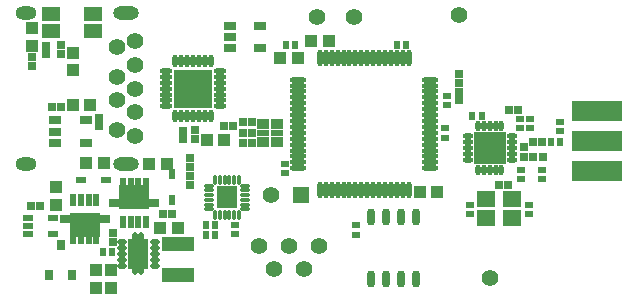
<source format=gts>
G04*
G04 #@! TF.GenerationSoftware,Altium Limited,Altium Designer,20.1.14 (287)*
G04*
G04 Layer_Color=8388736*
%FSLAX25Y25*%
%MOIN*%
G70*
G04*
G04 #@! TF.SameCoordinates,2AB0D3F0-F82E-4911-9630-DE43A68CCE8E*
G04*
G04*
G04 #@! TF.FilePolarity,Negative*
G04*
G01*
G75*
%ADD53R,0.16535X0.03150*%
%ADD54R,0.10236X0.07874*%
%ADD55O,0.04147X0.01784*%
%ADD56O,0.01784X0.04147*%
%ADD57R,0.13123X0.13123*%
%ADD58R,0.02769X0.02572*%
%ADD59R,0.02572X0.02769*%
%ADD60R,0.03950X0.03950*%
%ADD61R,0.03950X0.02965*%
%ADD62R,0.03950X0.03950*%
%ADD63R,0.06312X0.04737*%
%ADD64R,0.04147X0.02965*%
%ADD65R,0.16800X0.06800*%
%ADD66R,0.06312X0.05524*%
%ADD67R,0.11036X0.11036*%
%ADD68O,0.01784X0.03753*%
%ADD69O,0.03753X0.01784*%
%ADD70R,0.02729X0.02847*%
%ADD71R,0.02847X0.02729*%
%ADD72R,0.02769X0.02375*%
%ADD73R,0.02375X0.02769*%
%ADD74R,0.03950X0.03950*%
%ADD75R,0.03950X0.03950*%
%ADD76R,0.02178X0.03753*%
%ADD77R,0.01981X0.04147*%
%ADD78R,0.03753X0.02178*%
G04:AMPARAMS|DCode=79|XSize=17.45mil|YSize=31.62mil|CornerRadius=6.36mil|HoleSize=0mil|Usage=FLASHONLY|Rotation=270.000|XOffset=0mil|YOffset=0mil|HoleType=Round|Shape=RoundedRectangle|*
%AMROUNDEDRECTD79*
21,1,0.01745,0.01890,0,0,270.0*
21,1,0.00472,0.03162,0,0,270.0*
1,1,0.01272,-0.00945,-0.00236*
1,1,0.01272,-0.00945,0.00236*
1,1,0.01272,0.00945,0.00236*
1,1,0.01272,0.00945,-0.00236*
%
%ADD79ROUNDEDRECTD79*%
%ADD80R,0.06666X0.10249*%
G04:AMPARAMS|DCode=81|XSize=17.84mil|YSize=39.5mil|CornerRadius=6.46mil|HoleSize=0mil|Usage=FLASHONLY|Rotation=0.000|XOffset=0mil|YOffset=0mil|HoleType=Round|Shape=RoundedRectangle|*
%AMROUNDEDRECTD81*
21,1,0.01784,0.02657,0,0,0.0*
21,1,0.00492,0.03950,0,0,0.0*
1,1,0.01292,0.00246,-0.01329*
1,1,0.01292,-0.00246,-0.01329*
1,1,0.01292,-0.00246,0.01329*
1,1,0.01292,0.00246,0.01329*
%
%ADD81ROUNDEDRECTD81*%
%ADD82R,0.11115X0.05091*%
%ADD83R,0.02965X0.03753*%
%ADD84R,0.03359X0.02375*%
%ADD85O,0.05524X0.01784*%
%ADD86O,0.01784X0.05524*%
%ADD87R,0.06863X0.07493*%
%ADD88O,0.01587X0.03162*%
%ADD89O,0.03162X0.01587*%
%ADD90R,0.04068X0.02257*%
%ADD91R,0.04068X0.03438*%
%ADD92O,0.02965X0.05721*%
%ADD93O,0.07099X0.04343*%
%ADD94O,0.08674X0.04343*%
%ADD95C,0.05524*%
%ADD96R,0.05524X0.05524*%
G54D53*
X-182882Y-25951D02*
D03*
X-166388Y-20473D02*
D03*
G54D54*
X-182882Y-27919D02*
D03*
X-166388Y-18505D02*
D03*
G54D55*
X-155878Y23486D02*
D03*
Y21518D02*
D03*
Y19549D02*
D03*
Y17581D02*
D03*
Y15612D02*
D03*
Y13644D02*
D03*
Y11675D02*
D03*
X-137768D02*
D03*
Y13644D02*
D03*
Y15612D02*
D03*
Y17581D02*
D03*
Y19549D02*
D03*
Y21518D02*
D03*
Y23486D02*
D03*
G54D56*
X-152728Y8525D02*
D03*
X-150760D02*
D03*
X-148792D02*
D03*
X-146823D02*
D03*
X-144854D02*
D03*
X-142886D02*
D03*
X-140917D02*
D03*
Y26636D02*
D03*
X-142886D02*
D03*
X-144854D02*
D03*
X-146823D02*
D03*
X-148792D02*
D03*
X-150760D02*
D03*
X-152728D02*
D03*
G54D57*
X-146823Y17581D02*
D03*
G54D58*
X-136352Y5290D02*
D03*
X-133399D02*
D03*
X-200820Y-21655D02*
D03*
X-197867D02*
D03*
X-153882Y-24285D02*
D03*
X-156835D02*
D03*
X-41431Y10458D02*
D03*
X-38479D02*
D03*
X-190935Y11357D02*
D03*
X-193888D02*
D03*
X-44783Y-14487D02*
D03*
X-41831D02*
D03*
X-130028Y-628D02*
D03*
X-127075D02*
D03*
X-130028Y2872D02*
D03*
X-127075D02*
D03*
X-130028Y6372D02*
D03*
X-127075D02*
D03*
G54D59*
X-146037Y3787D02*
D03*
Y834D02*
D03*
X-150150Y3628D02*
D03*
Y675D02*
D03*
X-200401Y28112D02*
D03*
Y25159D02*
D03*
X-195975Y31936D02*
D03*
Y28983D02*
D03*
X-190952Y32053D02*
D03*
Y29100D02*
D03*
X-173355Y-33530D02*
D03*
Y-30577D02*
D03*
X-147791Y-14376D02*
D03*
Y-11423D02*
D03*
Y-8527D02*
D03*
Y-5574D02*
D03*
X-178161Y5009D02*
D03*
Y7962D02*
D03*
X-58220Y19549D02*
D03*
Y22502D02*
D03*
Y13644D02*
D03*
Y16596D02*
D03*
G54D60*
X-136352Y462D02*
D03*
X-142258D02*
D03*
X-186951Y12216D02*
D03*
X-181045D02*
D03*
G54D61*
X-124574Y38601D02*
D03*
Y31121D02*
D03*
X-134613D02*
D03*
Y34861D02*
D03*
Y38601D02*
D03*
G54D62*
X-200401Y37767D02*
D03*
Y31861D02*
D03*
G54D63*
X-180125Y36815D02*
D03*
Y42524D02*
D03*
X-194299D02*
D03*
Y36815D02*
D03*
G54D64*
X-192781Y6970D02*
D03*
Y3230D02*
D03*
Y-510D02*
D03*
X-182348D02*
D03*
Y6970D02*
D03*
G54D65*
X-12048Y0D02*
D03*
Y-10000D02*
D03*
Y10000D02*
D03*
G54D66*
X-49117Y-25625D02*
D03*
Y-19326D02*
D03*
X-40455Y-25625D02*
D03*
Y-19326D02*
D03*
G54D67*
X-47955Y-2125D02*
D03*
G54D68*
X-51892Y5158D02*
D03*
X-49924D02*
D03*
X-47955D02*
D03*
X-45987D02*
D03*
X-44018D02*
D03*
Y-9409D02*
D03*
X-45987D02*
D03*
X-47955D02*
D03*
X-49924D02*
D03*
X-51892D02*
D03*
G54D69*
X-40672Y1812D02*
D03*
Y-157D02*
D03*
Y-2125D02*
D03*
Y-4094D02*
D03*
Y-6062D02*
D03*
X-55239D02*
D03*
Y-4094D02*
D03*
Y-2125D02*
D03*
Y-157D02*
D03*
Y1812D02*
D03*
G54D70*
X-30266Y-5220D02*
D03*
X-33455D02*
D03*
X-30361Y-157D02*
D03*
X-33550D02*
D03*
G54D71*
X-36455Y-2031D02*
D03*
Y-5220D02*
D03*
G54D72*
X-54455Y-21050D02*
D03*
Y-24200D02*
D03*
X-34955D02*
D03*
Y-21050D02*
D03*
X-30361Y-12700D02*
D03*
Y-9550D02*
D03*
X-37455Y-12700D02*
D03*
Y-9550D02*
D03*
X-34455Y7587D02*
D03*
Y4438D02*
D03*
X-37955Y7524D02*
D03*
Y4375D02*
D03*
X-24380Y6450D02*
D03*
Y3300D02*
D03*
X-132936Y-30919D02*
D03*
Y-27769D02*
D03*
X-92520Y-27953D02*
D03*
Y-31102D02*
D03*
X-62964Y4438D02*
D03*
Y1289D02*
D03*
X-62216Y11978D02*
D03*
Y15127D02*
D03*
X-116310Y-7447D02*
D03*
Y-10597D02*
D03*
G54D73*
X-53817Y8300D02*
D03*
X-50668D02*
D03*
X-24380Y-157D02*
D03*
X-27530D02*
D03*
X-173825Y-37000D02*
D03*
X-176975D02*
D03*
X-142511Y-31238D02*
D03*
X-139361D02*
D03*
X-142511Y-27769D02*
D03*
X-139361D02*
D03*
X-78885Y32053D02*
D03*
X-75736D02*
D03*
X-115885D02*
D03*
X-112736D02*
D03*
G54D74*
X-186951Y29588D02*
D03*
Y23683D02*
D03*
X-192527Y-21076D02*
D03*
Y-15171D02*
D03*
X-179338Y-48832D02*
D03*
Y-42926D02*
D03*
X-174220Y-48832D02*
D03*
Y-42926D02*
D03*
G54D75*
X-161467Y-7480D02*
D03*
X-155562D02*
D03*
X-157685Y-28950D02*
D03*
X-151779D02*
D03*
X-176583Y-7297D02*
D03*
X-182488D02*
D03*
X-101574Y33329D02*
D03*
X-107480D02*
D03*
X-117763Y27864D02*
D03*
X-111858D02*
D03*
X-71263Y-16948D02*
D03*
X-65358D02*
D03*
G54D76*
X-153713Y-19403D02*
D03*
Y-10938D02*
D03*
G54D77*
X-186720Y-32329D02*
D03*
X-184161D02*
D03*
X-181602D02*
D03*
X-179043D02*
D03*
X-186720Y-19573D02*
D03*
X-184161D02*
D03*
X-181602D02*
D03*
X-179043D02*
D03*
X-170227Y-26851D02*
D03*
X-167668D02*
D03*
X-165109D02*
D03*
X-162550D02*
D03*
X-170227Y-14095D02*
D03*
X-167668D02*
D03*
X-165109D02*
D03*
X-162550D02*
D03*
G54D78*
X-184161Y-12808D02*
D03*
X-175697D02*
D03*
G54D79*
X-159597Y-41404D02*
D03*
Y-39435D02*
D03*
Y-37467D02*
D03*
Y-35498D02*
D03*
Y-33530D02*
D03*
X-170621Y-41404D02*
D03*
Y-39435D02*
D03*
Y-37467D02*
D03*
Y-35498D02*
D03*
Y-33530D02*
D03*
G54D80*
X-165109Y-37467D02*
D03*
G54D81*
X-164125Y-42585D02*
D03*
X-166093D02*
D03*
Y-32348D02*
D03*
X-164125D02*
D03*
G54D82*
X-151976Y-44573D02*
D03*
Y-34297D02*
D03*
G54D83*
X-194692Y-44698D02*
D03*
X-187212D02*
D03*
X-190952Y-34659D02*
D03*
G54D84*
X-201681Y-25604D02*
D03*
Y-28163D02*
D03*
Y-30722D02*
D03*
X-193610D02*
D03*
Y-25604D02*
D03*
G54D85*
X-111810Y10738D02*
D03*
X-67716Y-6979D02*
D03*
Y895D02*
D03*
Y8769D02*
D03*
X-111810Y-3042D02*
D03*
X-67716Y4832D02*
D03*
X-111810Y20580D02*
D03*
Y18612D02*
D03*
X-67716Y-8947D02*
D03*
Y-5010D02*
D03*
Y-3042D02*
D03*
Y-1073D02*
D03*
Y2864D02*
D03*
Y6801D02*
D03*
Y10738D02*
D03*
Y12706D02*
D03*
Y14675D02*
D03*
Y16643D02*
D03*
Y18612D02*
D03*
Y20580D02*
D03*
X-111810Y16643D02*
D03*
Y14675D02*
D03*
Y12706D02*
D03*
Y8769D02*
D03*
Y6801D02*
D03*
Y4832D02*
D03*
Y2864D02*
D03*
Y895D02*
D03*
Y-1073D02*
D03*
Y-5010D02*
D03*
Y-6979D02*
D03*
Y-8947D02*
D03*
G54D86*
X-98621Y-16231D02*
D03*
X-88779Y27864D02*
D03*
X-74999D02*
D03*
X-76968D02*
D03*
X-78936D02*
D03*
X-80905D02*
D03*
X-82873D02*
D03*
X-84842D02*
D03*
X-86810D02*
D03*
X-90747D02*
D03*
X-92716D02*
D03*
X-94684D02*
D03*
X-96653D02*
D03*
X-98621D02*
D03*
X-100590D02*
D03*
X-102559D02*
D03*
X-104527D02*
D03*
Y-16231D02*
D03*
X-102559D02*
D03*
X-100590D02*
D03*
X-96653D02*
D03*
X-94684D02*
D03*
X-92716D02*
D03*
X-90747D02*
D03*
X-88779D02*
D03*
X-86810D02*
D03*
X-84842D02*
D03*
X-82873D02*
D03*
X-80905D02*
D03*
X-78936D02*
D03*
X-76968D02*
D03*
X-74999D02*
D03*
G54D87*
X-135499Y-18675D02*
D03*
G54D88*
X-139436Y-12769D02*
D03*
X-137861D02*
D03*
X-136286D02*
D03*
X-134712D02*
D03*
X-133137D02*
D03*
X-131562D02*
D03*
Y-24580D02*
D03*
X-133137D02*
D03*
X-134712D02*
D03*
X-136286D02*
D03*
X-137861D02*
D03*
X-139436D02*
D03*
G54D89*
X-129594Y-14738D02*
D03*
Y-16312D02*
D03*
Y-17887D02*
D03*
Y-19462D02*
D03*
Y-21037D02*
D03*
Y-22612D02*
D03*
X-141405D02*
D03*
Y-21037D02*
D03*
Y-19462D02*
D03*
Y-17887D02*
D03*
Y-16312D02*
D03*
Y-14738D02*
D03*
G54D90*
X-118690Y2872D02*
D03*
X-123414Y2872D02*
D03*
G54D91*
X-118690Y-167D02*
D03*
Y5912D02*
D03*
X-123414Y-167D02*
D03*
Y5912D02*
D03*
G54D92*
X-87573Y-45860D02*
D03*
X-82573D02*
D03*
X-77573D02*
D03*
X-72573D02*
D03*
X-87573Y-25191D02*
D03*
X-82573D02*
D03*
X-77573D02*
D03*
X-72573D02*
D03*
G54D93*
X-202559Y42777D02*
D03*
Y-7616D02*
D03*
G54D94*
X-169095Y42777D02*
D03*
Y-7616D02*
D03*
G54D95*
X-166142Y1832D02*
D03*
Y9707D02*
D03*
Y17581D02*
D03*
Y25455D02*
D03*
Y33329D02*
D03*
X-172047Y21518D02*
D03*
Y31360D02*
D03*
Y13644D02*
D03*
Y3801D02*
D03*
X-105000Y-35000D02*
D03*
X-110000Y-42500D02*
D03*
X-115000Y-35000D02*
D03*
X-125000D02*
D03*
X-105512Y41339D02*
D03*
X-120000Y-42500D02*
D03*
X-93307Y41339D02*
D03*
X-47955Y-45680D02*
D03*
X-58104Y42126D02*
D03*
X-120810Y-17947D02*
D03*
G54D96*
X-110810D02*
D03*
M02*

</source>
